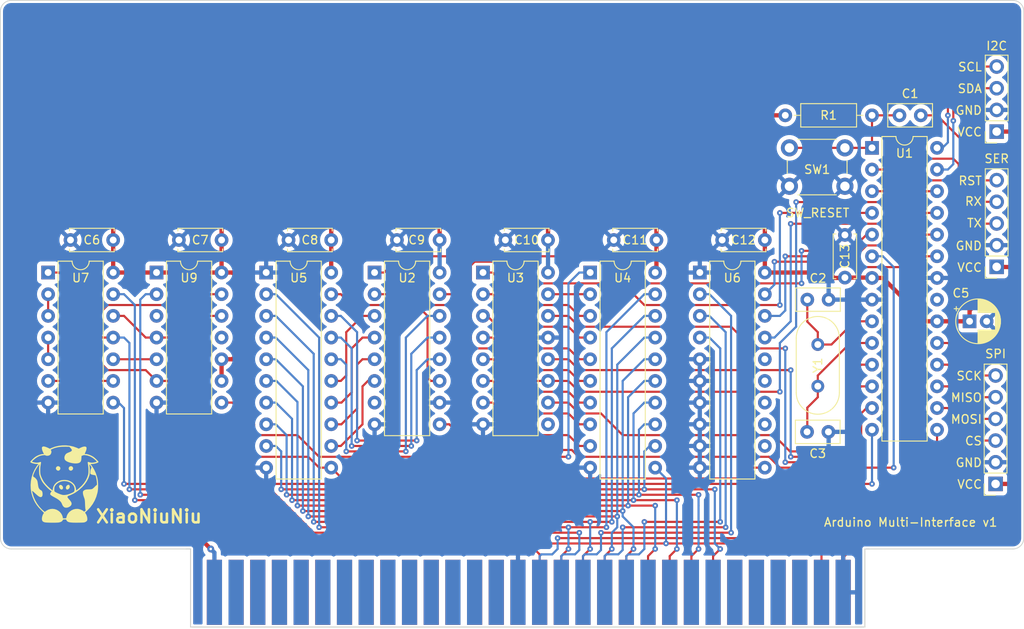
<source format=kicad_pcb>
(kicad_pcb (version 20221018) (generator pcbnew)
  (layers (0 "F.Cu" signal) (31 "B.Cu" signal) (34 "B.Paste" user) (35 "F.Paste" user) (36 "B.SilkS" user "B.Silkscreen") (37 "F.SilkS" user "F.Silkscreen") (38 "B.Mask" user) (39 "F.Mask" user) (44 "Edge.Cuts" user))
  (net 0 "")
  (net 1 "XTAL1")
  (net 2 "GND")
  (net 3 "XTAL2")
  (net 4 "+5V")
  (net 6 "CLOCK")
  (net 16 "/D7")
  (net 18 "/D6")
  (net 20 "/D5")
  (net 22 "/D4")
  (net 23 "/A2")
  (net 24 "/D3")
  (net 25 "/A1")
  (net 26 "/D2")
  (net 27 "/A0")
  (net 28 "/D1")
  (net 29 "RW")
  (net 30 "/D0")
  (net 31 "IRQ3B")
  (net 32 "PORT1CSB")
  (net 33 "RESET")
  (net 61 "I2C_SDA")
  (net 62 "I2C_SCL")
  (net 63 "SPI_SS")
  (net 64 "SPI_MOSI")
  (net 65 "SPI_MISO")
  (net 66 "SPI_SCK")
  (net 67 "SER_TX")
  (net 68 "SER_RX")
  (net 69 "PISO_CE")
  (net 70 "PISO_PL")
  (net 71 "PISO_DL")
  (net 72 "SIPO_CL")
  (net 73 "SIPO_PL")
  (net 74 "SIPO_DL")
  (net 75 "PCINT")
  (net 77 "SEL0")
  (net 78 "SEL1")
  (net 79 "SEL2")
  (net 80 "PS_CLK")
  (net 81 "Net-(U2-D4)")
  (net 82 "Net-(U2-D5)")
  (net 83 "Net-(U2-D6)")
  (net 84 "Net-(U2-D7)")
  (net 86 "Net-(U2-D0)")
  (net 87 "Net-(U2-D1)")
  (net 88 "Net-(U2-D2)")
  (net 89 "Net-(U2-D3)")
  (net 90 "Net-(U3-QB)")
  (net 91 "Net-(U3-QC)")
  (net 92 "Net-(U3-QD)")
  (net 93 "Net-(U3-QE)")
  (net 94 "Net-(U3-QF)")
  (net 95 "Net-(U3-QG)")
  (net 96 "Net-(U3-QH)")
  (net 98 "Net-(U3-QA)")
  (net 99 "RE")
  (net 100 "Net-(U7-Pad12)")
  (net 106 "WE")
  (net 108 "Net-(J4-Pin_5)")
  (net 109 "Net-(U7-Pad10)")
  (net 110 "Net-(U7-Pad2)")
  (net 111 "Net-(U7-Pad4)")
  (net 112 "Net-(U7-Pad6)")
  (footprint "Capacitor_THT:C_Disc_D5.0mm_W2.5mm_P5.00mm" (layer "F.Cu") (at 141.115 103.505 180)
    (fp_text reference "C9")
    (fp_text value "10nF")
  )
  (footprint "Connector_PinSocket_2.54mm:PinSocket_1x06_P2.54mm_Vertical" (layer "F.Cu") (at 206.248 132.08 180)
    (fp_text reference "J3")
    (fp_text value "SPI")
  )
  (footprint "Package_DIP:DIP-14_W7.62mm" (layer "F.Cu") (at 95.25 107.315)
    (fp_text reference "U7")
    (fp_text value "74HC04")
  )
  (footprint "Package_DIP:DIP-16_W7.62mm" (layer "F.Cu") (at 133.495 107.315)
    (fp_text reference "U2")
    (fp_text value "74HC165")
  )
  (footprint "Capacitor_THT:C_Disc_D5.0mm_W2.5mm_P2.50mm" (layer "F.Cu") (at 184.162625 125.984)
    (fp_text reference "C3")
    (fp_text value "22pF")
  )
  (footprint "Capacitor_THT:C_Disc_D5.0mm_W2.5mm_P2.50mm" (layer "F.Cu") (at 197.485 88.9 180)
    (fp_text reference "C1")
    (fp_text value "100nF")
  )
  (footprint "Capacitor_THT:C_Disc_D5.0mm_W2.5mm_P5.00mm" (layer "F.Cu") (at 166.515 103.505 180)
    (fp_text reference "C11")
    (fp_text value "10nF")
  )
  (footprint "Capacitor_THT:C_Disc_D5.0mm_W2.5mm_P5.00mm" (layer "F.Cu") (at 153.815 103.505 180)
    (fp_text reference "C10")
    (fp_text value "10nF")
  )
  (footprint "Package_DIP:DIP-28_W7.62mm" (layer "F.Cu") (at 191.77 92.71)
    (fp_text reference "U1")
    (fp_text value "ATmega328-P")
  )
  (footprint "Package_DIP:DIP-20_W7.62mm" (layer "F.Cu") (at 158.75 107.315)
    (fp_text reference "U4")
    (fp_text value "74HC574")
  )
  (footprint "Capacitor_THT:C_Disc_D5.0mm_W2.5mm_P5.00mm" (layer "F.Cu") (at 128.415 103.505 180)
    (fp_text reference "C8")
    (fp_text value "10nF")
  )
  (footprint "Package_DIP:DIP-14_W7.62mm" (layer "F.Cu") (at 107.95 107.315)
    (fp_text reference "U9")
    (fp_text value "74LS20")
  )
  (footprint "Package_DIP:DIP-20_W7.62mm" (layer "F.Cu") (at 171.595 107.315)
    (fp_text reference "U6")
    (fp_text value "74HC574")
  )
  (footprint "Capacitor_THT:CP_Radial_D5.0mm_P2.00mm" (layer "F.Cu") (at 203.2 113.03)
    (fp_text reference "C5")
    (fp_text value "10uF")
  )
  (footprint "Capacitor_THT:C_Disc_D5.0mm_W2.5mm_P5.00mm" (layer "F.Cu") (at 188.595 107.91 90)
    (fp_text reference "C13")
    (fp_text value "10nF")
  )
  (footprint "Connector_PinSocket_2.54mm:PinSocket_1x04_P2.54mm_Vertical" (layer "F.Cu") (at 206.375 90.805 180)
    (fp_text reference "J2")
    (fp_text value "I2C")
  )
  (footprint "Capacitor_THT:C_Disc_D5.0mm_W2.5mm_P5.00mm" (layer "F.Cu") (at 179.215 103.505 180)
    (fp_text reference "C12")
    (fp_text value "10nF")
  )
  (footprint "Package_DIP:DIP-16_W7.62mm" (layer "F.Cu") (at 146.195 107.315)
    (fp_text reference "U3")
    (fp_text value "74HC595")
  )
  (footprint "Capacitor_THT:C_Disc_D5.0mm_W2.5mm_P5.00mm" (layer "F.Cu") (at 115.57 103.505 180)
    (fp_text reference "C7")
    (fp_text value "10nF")
  )
  (footprint "Cow:VerySmallCow" (layer "F.Cu") (at 97.155 132.08)
    (fp_text reference "XiaoNiuNiu")
    (fp_text value "LOGO" hide)
  )
  (footprint "Capacitor_THT:C_Disc_D5.0mm_W2.5mm_P5.00mm" (layer "F.Cu") (at 102.87 103.505 180)
    (fp_text reference "C6")
    (fp_text value "10nF")
  )
  (footprint "Connector_NES:NES_PCBEdge" (layer "F.Cu") (at 150.2918 144.78)
    (fp_text reference "J1")
    (fp_text value "PORT1")
    (fp_line (start -38.862 -5.08) (end -38.354 -5.08) (stroke (width 0.12)) (layer "Edge.Cuts"))
    (fp_line (start -38.354 -5.08) (end -38.354 4.064) (stroke (width 0.12)) (layer "Edge.Cuts"))
    (fp_line (start 40.64 -5.08) (end 41.148 -5.08) (stroke (width 0.12)) (layer "Edge.Cuts"))
    (fp_line (start 40.64 4.064) (end -38.354 4.064) (stroke (width 0.12)) (layer "Edge.Cuts"))
    (fp_line (start 40.64 4.064) (end 40.64 -5.08) (stroke (width 0.12)) (layer "Edge.Cuts"))
  )
  (footprint "Crystal:Crystal_HC49-4H_Vertical" (layer "F.Cu") (at 185.42 115.75 -90)
    (fp_text reference "Y1")
    (fp_text value "20MHz")
  )
  (footprint "Button_Switch_THT:SW_PUSH_6mm" (layer "F.Cu") (at 188.595 97.21 180)
    (fp_text reference "SW1")
    (fp_text value "SW_RESET")
  )
  (footprint "Capacitor_THT:C_Disc_D5.0mm_W2.5mm_P2.50mm" (layer "F.Cu") (at 184.19 110.49)
    (fp_text reference "C2")
    (fp_text value "22pF")
  )
  (footprint "Resistor_THT:R_Axial_DIN0207_L6.3mm_D2.5mm_P10.16mm_Horizontal" (layer "F.Cu") (at 181.61 88.9)
    (fp_text reference "R1")
    (fp_text value "10K")
  )
  (footprint "Package_DIP:DIP-20_W7.62mm" (layer "F.Cu") (at 120.795 107.315)
    (fp_text reference "U5")
    (fp_text value "74HC574")
  )
  (footprint "Connector_PinSocket_2.54mm:PinSocket_1x05_P2.54mm_Vertical" (layer "F.Cu") (at 206.375 106.65 180)
    (fp_text reference "J4")
    (fp_text value "SER")
  )
  (gr_line (start 89.662 138.43) (end 89.662 76.708) (stroke (width 0.1)) (layer "Edge.Cuts"))
  (gr_arc (start 209.55 138.43) (mid 209.178026 139.328026) (end 208.28 139.7) (stroke (width 0.1)) (layer "Edge.Cuts"))
  (gr_line (start 209.55 138.43) (end 209.55 76.708) (stroke (width 0.1)) (layer "Edge.Cuts"))
  (gr_line (start 191.4398 139.7) (end 208.28 139.7) (stroke (width 0.1)) (layer "Edge.Cuts"))
  (gr_arc (start 208.28 75.438001) (mid 209.178025 75.809975) (end 209.55 76.708) (stroke (width 0.1)) (layer "Edge.Cuts"))
  (gr_arc (start 90.932 139.7) (mid 90.033974 139.328026) (end 89.662 138.43) (stroke (width 0.1)) (layer "Edge.Cuts"))
  (gr_line (start 208.28 75.438001) (end 90.932 75.438) (stroke (width 0.1)) (layer "Edge.Cuts"))
  (gr_arc (start 89.662 76.708) (mid 90.033974 75.809974) (end 90.932 75.438) (stroke (width 0.1)) (layer "Edge.Cuts"))
  (gr_line (start 111.4298 139.7) (end 90.932 139.7) (stroke (width 0.1)) (layer "Edge.Cuts"))
  (gr_text "SCL" (at 201.771238 83.82) (layer "F.SilkS") (effects (font (size 1 1)) (justify left bottom)))
  (gr_text "MISO" (at 200.914096 122.555) (layer "F.SilkS") (effects (font (size 1 1)) (justify left bottom)))
  (gr_text "TX" (at 202.818857 102.108) (layer "F.SilkS") (effects (font (size 1 1)) (justify left bottom)))
  (gr_text "VCC" (at 201.676 132.715) (layer "F.SilkS") (effects (font (size 1 1)) (justify left bottom)))
  (gr_text "VCC" (at 201.676 107.315) (layer "F.SilkS") (effects (font (size 1 1)) (justify left bottom)))
  (gr_text "GND" (at 201.485524 130.175) (layer "F.SilkS") (effects (font (size 1 1)) (justify left bottom)))
  (gr_text "CS" (at 202.580762 127.635) (layer "F.SilkS") (effects (font (size 1 1)) (justify left bottom)))
  (gr_text "SCK" (at 201.580762 120.015) (layer "F.SilkS") (effects (font (size 1 1)) (justify left bottom)))
  (gr_text "Arduino Multi-Interface v1" (at 186.055 137.16) (layer "F.SilkS") (effects (font (size 1 1)) (justify left bottom)))
  (gr_text "GND" (at 201.485524 104.775) (layer "F.SilkS") (effects (font (size 1 1)) (justify left bottom)))
  (gr_text "RST" (at 201.818857 97.155) (layer "F.SilkS") (effects (font (size 1 1)) (justify left bottom)))
  (gr_text "VCC" (at 201.676 91.44) (layer "F.SilkS") (effects (font (size 1 1)) (justify left bottom)))
  (gr_text "MOSI" (at 200.914096 125.095) (layer "F.SilkS") (effects (font (size 1 1)) (justify left bottom)))
  (gr_text "SDA" (at 201.723619 86.36) (layer "F.SilkS") (effects (font (size 1 1)) (justify left bottom)))
  (gr_text "RX" (at 202.580762 99.568) (layer "F.SilkS") (effects (font (size 1 1)) (justify left bottom)))
  (gr_text "GND" (at 201.485524 88.9) (layer "F.SilkS") (effects (font (size 1 1)) (justify left bottom)))
  (segment (start 185.42 114.3) (end 185.42 115.75) (width 0.25) (layer "F.Cu") (net 1))
  (segment (start 189.738 113.03) (end 187.018 115.75) (width 0.25) (layer "F.Cu") (net 1))
  (segment (start 184.19 113.07) (end 185.42 114.3) (width 0.25) (layer "F.Cu") (net 1))
  (segment (start 184.19 110.49) (end 184.19 113.07) (width 0.25) (layer "F.Cu") (net 1))
  (segment (start 187.018 115.75) (end 185.42 115.75) (width 0.25) (layer "F.Cu") (net 1))
  (segment (start 191.77 113.03) (end 189.738 113.03) (width 0.25) (layer "F.Cu") (net 1))
  (segment (start 186.69 125.984) (end 189.865 125.984) (width 0.5) (layer "B.Cu") (net 2))
  (segment (start 150.2918 144.78) (end 149.7584 144.78) (width 0.5) (layer "B.Cu") (net 2))
  (segment (start 186.69 110.49) (end 186.69 107.95) (width 0.5) (layer "B.Cu") (net 2))
  (segment (start 186.69 125.984) (end 186.69 128.27) (width 0.5) (layer "B.Cu") (net 2))
  (segment (start 186.69 110.49) (end 191.77 110.49) (width 0.5) (layer "B.Cu") (net 2))
  (segment (start 185.42 121.92) (end 185.42 119.38) (width 0.25) (layer "F.Cu") (net 3))
  (segment (start 185.42 119.38) (end 189.23 115.57) (width 0.25) (layer "F.Cu") (net 3))
  (segment (start 189.23 115.57) (end 191.135 115.57) (width 0.25) (layer "F.Cu") (net 3))
  (segment (start 184.19 123.15) (end 185.42 121.92) (width 0.25) (layer "F.Cu") (net 3))
  (segment (start 184.19 125.73) (end 184.19 123.15) (width 0.25) (layer "F.Cu") (net 3))
  (segment (start 186.69 107.315) (end 187.325 107.95) (width 0.5) (layer "F.Cu") (net 4))
  (segment (start 115.57 107.315) (end 116.84 107.315) (width 0.5) (layer "F.Cu") (net 4))
  (segment (start 153.67 77.325) (end 166.37 77.325) (width 0.5) (layer "F.Cu") (net 4))
  (segment (start 102.87 103.505) (end 102.87 77.325) (width 0.5) (layer "F.Cu") (net 4))
  (segment (start 208.28 137.16) (end 207.01 138.43) (width 0.5) (layer "F.Cu") (net 4))
  (segment (start 140.97 77.325) (end 153.67 77.325) (width 0.5) (layer "F.Cu") (net 4))
  (segment (start 207.01 138.43) (end 190.5 138.43) (width 0.5) (layer "F.Cu") (net 4))
  (segment (start 188.595 107.91) (end 191.73 107.91) (width 0.5) (layer "F.Cu") (net 4))
  (segment (start 188.3918 140.5382) (end 188.3918 144.78) (width 0.5) (layer "F.Cu") (net 4))
  (segment (start 115.57 77.325) (end 128.27 77.325) (width 0.5) (layer "F.Cu") (net 4))
  (segment (start 92.71 138.43) (end 91.44 137.16) (width 0.5) (layer "F.Cu") (net 4))
  (segment (start 203.835 111.125) (end 208.28 111.125) (width 0.5) (layer "F.Cu") (net 4))
  (segment (start 113.03 138.43) (end 92.71 138.43) (width 0.5) (layer "F.Cu") (net 4))
  (segment (start 141.115 77.47) (end 140.97 77.325) (width 0.5) (layer "F.Cu") (net 4))
  (segment (start 116.84 107.315) (end 117.475 107.95) (width 0.5) (layer "F.Cu") (net 4))
  (segment (start 179.215 107.315) (end 186.69 107.315) (width 0.5) (layer "F.Cu") (net 4))
  (segment (start 179.215 88.9) (end 179.215 77.47) (width 0.5) (layer "F.Cu") (net 4))
  (segment (start 128.415 103.505) (end 128.415 77.47) (width 0.5) (layer "F.Cu") (net 4))
  (segment (start 102.87 107.315) (end 102.87 103.505) (width 0.5) (layer "F.Cu") (net 4))
  (segment (start 166.515 77.47) (end 166.37 77.325) (width 0.5) (layer "F.Cu") (net 4))
  (segment (start 187.325 107.95) (end 188.555 107.95) (width 0.5) (layer "F.Cu") (net 4))
  (segment (start 117.475 116.84) (end 116.84 117.475) (width 0.5) (layer "F.Cu") (net 4))
  (segment (start 116.84 117.475) (end 115.57 117.475) (width 0.5) (layer "F.Cu") (net 4))
  (segment (start 166.515 103.505) (end 166.515 107.315) (width 0.5) (layer "F.Cu") (net 4))
  (segment (start 206.375 132.08) (end 208.28 132.08) (width 0.5) (layer "F.Cu") (net 4))
  (segment (start 153.815 103.505) (end 153.815 77.47) (width 0.5) (layer "F.Cu") (net 4))
  (segment (start 190.5 138.43) (end 188.3918 140.5382) (width 0.5) (layer "F.Cu") (net 4))
  (segment (start 179.215 77.47) (end 179.07 77.325) (width 0.5) (layer "F.Cu") (net 4))
  (segment (start 166.515 103.505) (end 166.515 77.47) (width 0.5) (layer "F.Cu") (net 4))
  (segment (start 128.415 77.47) (end 128.27 77.325) (width 0.5) (layer "F.Cu") (net 4))
  (segment (start 153.815 77.47) (end 153.67 77.325) (width 0.5) (layer "F.Cu") (net 4))
  (segment (start 115.57 103.505) (end 115.57 107.315) (width 0.5) (layer "F.Cu") (net 4))
  (segment (start 91.44 137.16) (end 91.44 78.74) (width 0.5) (layer "F.Cu") (net 4))
  (segment (start 191.77 107.95) (end 193.04 107.95) (width 0.5) (layer "F.Cu") (net 4))
  (segment (start 193.04 107.95) (end 198.12 113.03) (width 0.5) (layer "F.Cu") (net 4))
  (segment (start 206.223 90.805) (end 208.28 90.805) (width 0.5) (layer "F.Cu") (net 4))
  (segment (start 206.865 77.325) (end 208.28 78.74) (width 0.5) (layer "F.Cu") (net 4))
  (segment (start 208.28 106.68) (end 208.28 111.125) (width 0.5) (layer "F.Cu") (net 4))
  (segment (start 128.27 77.325) (end 140.97 77.325) (width 0.5) (layer "F.Cu") (net 4))
  (segment (start 179.215 103.505) (end 179.215 107.315) (width 0.5) (layer "F.Cu") (net 4))
  (segment (start 166.37 77.325) (end 179.07 77.325) (width 0.5) (layer "F.Cu") (net 4))
  (segment (start 208.28 111.125) (end 208.28 132.08) (width 0.5) (layer "F.Cu") (net 4))
  (segment (start 115.57 107.315) (end 102.87 107.315) (width 0.5) (layer "F.Cu") (net 4))
  (segment (start 199.39 113.03) (end 203.2 113.03) (width 0.5) (layer "F.Cu") (net 4))
  (segment (start 179.215 103.505) (end 179.215 88.9) (width 0.5) (layer "F.Cu") (net 4))
  (segment (start 208.28 78.74) (end 208.28 106.68) (width 0.5) (layer "F.Cu") (net 4))
  (segment (start 203.2 111.76) (end 203.835 111.125) (width 0.5) (layer "F.Cu") (net 4))
  (segment (start 115.57 117.475) (end 115.57 119.87) (width 0.5) (layer "F.Cu") (net 4))
  (segment (start 115.57 103.505) (end 115.57 77.325) (width 0.5) (layer "F.Cu") (net 4))
  (segment (start 208.28 132.08) (end 208.28 137.16) (width 0.5) (layer "F.Cu") (net 4))
  (segment (start 91.44 78.74) (end 92.855 77.325) (width 0.5) (layer "F.Cu") (net 4))
  (segment (start 114.3 139.7) (end 113.03 138.43) (width 0.5) (layer "F.Cu") (net 4))
  (segment (start 179.07 77.325) (end 206.865 77.325) (width 0.5) (layer "F.Cu") (net 4))
  (segment (start 206.223 106.65) (end 208.28 106.68) (width 0.5) (layer "F.Cu") (net 4))
  (segment (start 141.115 103.505) (end 141.115 77.47) (width 0.5) (layer "F.Cu") (net 4))
  (segment (start 198.12 113.03) (end 199.39 113.03) (width 0.5) (layer "F.Cu") (net 4))
  (segment (start 117.475 107.95) (end 117.475 116.84) (width 0.5) (layer "F.Cu") (net 4))
  (segment (start 92.855 77.325) (end 115.57 77.325) (width 0.5) (layer "F.Cu") (net 4))
  (segment (start 188.555 107.95) (end 188.595 107.91) (width 0.5) (layer "F.Cu") (net 4))
  (segment (start 181.61 88.9) (end 179.215 88.9) (width 0.5) (layer "F.Cu") (net 4))
  (segment (start 128.415 103.505) (end 128.415 107.315) (width 0.5) (layer "F.Cu") (net 4))
  (segment (start 203.2 113.03) (end 203.2 111.76) (width 0.5) (layer "F.Cu") (net 4))
  (via (at 114.3 139.7) (size 0.8) (drill 0.3) (layers "F.Cu" "B.Cu") (net 4))
  (segment (start 114.7318 140.1318) (end 114.7318 144.78) (width 0.5) (layer "B.Cu") (net 4))
  (segment (start 114.3 139.7) (end 114.7318 140.1318) (width 0.5) (layer "B.Cu") (net 4))
  (segment (start 153.815 103.505) (end 153.815 107.315) (width 0.5) (layer "B.Cu") (net 4))
  (segment (start 141.115 103.505) (end 141.115 107.315) (width 0.5) (layer "B.Cu") (net 4))
  (segment (start 152.41 138.43) (end 153.035 139.055) (width 0.25) (layer "F.Cu") (net 6))
  (segment (start 120.65 133.35) (end 125.73 138.43) (width 0.25) (layer "F.Cu") (net 6))
  (segment (start 153.035 139.055) (end 184.5718 139.055) (width 0.25) (layer "F.Cu") (net 6))
  (segment (start 125.73 138.43) (end 152.41 138.43) (width 0.25) (layer "F.Cu") (net 6))
  (segment (start 184.5718 139.055) (end 185.8518 140.335) (width 0.25) (layer "F.Cu") (net 6))
  (segment (start 185.8518 140.335) (end 185.8518 141.97) (width 0.25) (layer "F.Cu") (net 6))
  (segment (start 106.045 133.35) (end 120.65 133.35) (width 0.25) (layer "F.Cu") (net 6))
  (via (at 167.64 139.055) (size 0.65) (drill 0.25) (layers "F.Cu" "B.Cu") (net 6))
  (via (at 106.045 133.35) (size 0.65) (drill 0.25) (layers "F.Cu" "B.Cu") (net 6))
  (segment (start 106.045 110.49) (end 106.68 109.855) (width 0.25) (layer "B.Cu") (net 6))
  (segment (start 106.045 133.35) (end 106.045 110.49) (width 0.25) (layer "B.Cu") (net 6))
  (segment (start 167.64 131.445) (end 166.37 130.175) (width 0.25) (layer "B.Cu") (net 6))
  (segment (start 106.68 109.855) (end 107.95 109.855) (width 0.25) (layer "B.Cu") (net 6))
  (segment (start 167.64 139.055) (end 167.64 131.445) (width 0.25) (layer "B.Cu") (net 6))
  (segment (start 122.555 132.715) (end 165.1 132.715) (width 0.25) (layer "F.Cu") (net 16))
  (segment (start 173.1518 140.5382) (end 173.1518 144.78) (width 0.25) (layer "F.Cu") (net 16))
  (segment (start 173.355 132.715) (end 165.1 132.715) (width 0.25) (layer "F.Cu") (net 16))
  (segment (start 173.99 139.7) (end 173.1518 140.5382) (width 0.25) (layer "F.Cu") (net 16))
  (via (at 122.555 132.715) (size 0.65) (drill 0.25) (layers "F.Cu" "B.Cu") (net 16))
  (via (at 173.355 132.715) (size 0.65) (drill 0.25) (layers "F.Cu" "B.Cu") (net 16))
  (via (at 165.1 132.715) (size 0.65) (drill 0.25) (layers "F.Cu" "B.Cu") (net 16))
  (via (at 173.99 139.7) (size 0.65) (drill 0.25) (layers "F.Cu" "B.Cu") (net 16))
  (segment (start 173.355 132.715) (end 173.355 139.065) (width 0.25) (layer "B.Cu") (net 16))
  (segment (start 121.92 127.635) (end 120.795 127.635) (width 0.25) (layer "B.Cu") (net 16))
  (segment (start 166.37 127.635) (end 165.735 127.635) (width 0.25) (layer "B.Cu") (net 16))
  (segment (start 122.555 132.715) (end 122.555 128.27) (width 0.25) (layer "B.Cu") (net 16))
  (segment (start 165.1 128.27) (end 165.1 132.715) (width 0.25) (layer "B.Cu") (net 16))
  (segment (start 165.735 127.635) (end 165.1 128.27) (width 0.25) (layer "B.Cu") (net 16))
  (segment (start 173.355 139.065) (end 173.99 139.7) (width 0.25) (layer "B.Cu") (net 16))
  (segment (start 122.555 128.27) (end 121.92 127.635) (width 0.25) (layer "B.Cu") (net 16))
  (segment (start 123.19 133.35) (end 164.465 133.35) (width 0.25) (layer "F.Cu") (net 18))
  (segment (start 171.45 133.35) (end 164.465 133.35) (width 0.25) (layer "F.Cu") (net 18))
  (segment (start 171.45 139.7) (end 170.6118 140.5382) (width 0.25) (layer "F.Cu") (net 18))
  (segment (start 170.6118 140.5382) (end 170.6118 144.78) (width 0.25) (layer "F.Cu") (net 18))
  (via (at 171.45 133.35) (size 0.65) (drill 0.25) (layers "F.Cu" "B.Cu") (net 18))
  (via (at 123.19 133.35) (size 0.65) (drill 0.25) (layers "F.Cu" "B.Cu") (net 18))
  (via (at 164.465 133.35) (size 0.65) (drill 0.25) (layers "F.Cu" "B.Cu") (net 18))
  (via (at 171.45 139.7) (size 0.65) (drill 0.25) (layers "F.Cu" "B.Cu") (net 18))
  (segment (start 171.45 133.35) (end 171.45 134.62) (width 0.25) (layer "B.Cu") (net 18))
  (segment (start 123.19 126.365) (end 121.92 125.095) (width 0.25) (layer "B.Cu") (net 18))
  (segment (start 121.92 125.095) (end 120.795 125.095) (width 0.25) (layer "B.Cu") (net 18))
  (segment (start 165.1 125.095) (end 166.37 125.095) (width 0.25) (layer "B.Cu") (net 18))
  (segment (start 123.19 133.35) (end 123.19 126.365) (width 0.25) (layer "B.Cu") (net 18))
  (segment (start 171.45 134.62) (end 171.45 139.7) (width 0.25) (layer "B.Cu") (net 18))
  (segment (start 164.465 133.35) (end 164.465 125.73) (width 0.25) (layer "B.Cu") (net 18))
  (segment (start 164.465 125.73) (end 165.1 125.095) (width 0.25) (layer "B.Cu") (net 18))
  (segment (start 168.91 133.985) (end 163.83 133.985) (width 0.25) (layer "F.Cu") (net 20))
  (segment (start 168.91 139.7) (end 168.0718 140.5382) (width 0.25) (layer "F.Cu") (net 20))
  (segment (start 168.0718 140.5382) (end 168.0718 144.78) (width 0.25) (layer "F.Cu") (net 20))
  (segment (start 123.825 133.985) (end 163.83 133.985) (width 0.25) (layer "F.Cu") (net 20))
  (via (at 123.825 133.985) (size 0.65) (drill 0.25) (layers "F.Cu" "B.Cu") (net 20))
  (via (at 168.91 139.7) (size 0.65) (drill 0.25) (layers "F.Cu" "B.Cu") (net 20))
  (via (at 163.83 133.985) (size 0.65) (drill 0.25) (layers "F.Cu" "B.Cu") (net 20))
  (via (at 168.91 133.985) (size 0.65) (drill 0.25) (layers "F.Cu" "B.Cu") (net 20))
  (segment (start 123.825 124.46) (end 121.92 122.555) (width 0.25) (layer "B.Cu") (net 20))
  (segment (start 121.92 122.555) (end 120.795 122.555) (width 0.25) (layer "B.Cu") (net 20))
  (segment (start 168.91 139.7) (end 168.91 133.985) (width 0.25) (layer "B.Cu") (net 20))
  (segment (start 165.1 122.555) (end 166.37 122.555) (width 0.25) (layer "B.Cu") (net 20))
  (segment (start 123.825 133.985) (end 123.825 124.46) (width 0.25) (layer "B.Cu") (net 20))
  (segment (start 163.83 123.825) (end 165.1 122.555) (width 0.25) (layer "B.Cu") (net 20))
  (segment (start 163.83 133.985) (end 163.83 123.825) (width 0.25) (layer "B.Cu") (net 20))
  (segment (start 166.37 134.62) (end 163.195 134.62) (width 0.25) (layer "F.Cu") (net 22))
  (segment (start 166.37 139.7) (end 165.5318 140.5382) (width 0.25) (layer "F.Cu") (net 22))
  (segment (start 124.46 134.62) (end 163.195 134.62) (width 0.25) (layer "F.Cu") (net 22))
  (segment (start 165.5318 140.5382) (end 165.5318 144.78) (width 0.25) (layer "F.Cu") (net 22))
  (via (at 163.195 134.62) (size 0.65) (drill 0.25) (layers "F.Cu" "B.Cu") (net 22))
  (via (at 166.37 139.7) (size 0.65) (drill 0.25) (layers "F.Cu" "B.Cu") (net 22))
  (via (at 124.46 134.62) (size 0.65) (drill 0.25) (layers "F.Cu" "B.Cu") (net 22))
  (via (at 166.37 134.62) (size 0.65) (drill 0.25) (layers "F.Cu" "B.Cu") (net 22))
  (segment (start 165.1 120.015) (end 163.195 121.92) (width 0.25) (layer "B.Cu") (net 22))
  (segment (start 121.9925 120.015) (end 120.795 120.015) (width 0.25) (layer "B.Cu") (net 22))
  (segment (start 163.195 121.92) (end 163.195 134.62) (width 0.25) (layer "B.Cu") (net 22))
  (segment (start 166.37 134.62) (end 166.37 139.7) (width 0.25) (layer "B.Cu") (net 22))
  (segment (start 124.46 134.62) (end 124.46 122.4825) (width 0.25) (layer "B.Cu") (net 22))
  (segment (start 124.46 122.4825) (end 121.9925 120.015) (width 0.25) (layer "B.Cu") (net 22))
  (segment (start 166.37 120.015) (end 165.1 120.015) (width 0.25) (layer "B.Cu") (net 22))
  (segment (start 173.99 136.525) (end 165.1 136.525) (width 0.25) (layer "F.Cu") (net 23))
  (via (at 165.1 136.525) (size 0.65) (drill 0.25) (layers "F.Cu" "B.Cu") (net 23))
  (via (at 173.99 136.525) (size 0.65) (drill 0.25) (layers "F.Cu" "B.Cu") (net 23))
  (segment (start 162.9918 140.5382) (end 162.9918 141.932642) (width 0.25) (layer "B.Cu") (net 23))
  (segment (start 164.465 140.335) (end 163.195 140.335) (width 0.25) (layer "B.Cu") (net 23))
  (segment (start 165.1 136.525) (end 165.1 139.7) (width 0.25) (layer "B.Cu") (net 23))
  (segment (start 173.99 136.525) (end 173.99 116.205) (width 0.25) (layer "B.Cu") (net 23))
  (segment (start 173.99 116.205) (end 172.72 114.935) (width 0.25) (layer "B.Cu") (net 23))
  (segment (start 163.195 140.335) (end 162.9918 140.5382) (width 0.25) (layer "B.Cu") (net 23))
  (segment (start 165.1 139.7) (end 164.465 140.335) (width 0.25) (layer "B.Cu") (net 23))
  (segment (start 172.72 114.935) (end 171.595 114.935) (width 0.25) (layer "B.Cu") (net 23))
  (segment (start 162.9918 140.5382) (end 162.9918 144.78) (width 0.25) (layer "F.Cu") (net 24))
  (segment (start 125.095 135.255) (end 162.56 135.255) (width 0.25) (layer "F.Cu") (net 24))
  (segment (start 163.83 139.7) (end 162.9918 140.5382) (width 0.25) (layer "F.Cu") (net 24))
  (via (at 162.56 135.255) (size 0.65) (drill 0.25) (layers "F.Cu" "B.Cu") (net 24))
  (via (at 163.83 139.7) (size 0.65) (drill 0.25) (layers "F.Cu" "B.Cu") (net 24))
  (via (at 125.095 135.255) (size 0.65) (drill 0.25) (layers "F.Cu" "B.Cu") (net 24))
  (segment (start 125.095 135.255) (end 125.095 120.65) (width 0.25) (layer "B.Cu") (net 24))
  (segment (start 121.92 117.475) (end 120.795 117.475) (width 0.25) (layer "B.Cu") (net 24))
  (segment (start 165.1 117.475) (end 162.56 120.015) (width 0.25) (layer "B.Cu") (net 24))
  (segment (start 125.095 120.65) (end 121.92 117.475) (width 0.25) (layer "B.Cu") (net 24))
  (segment (start 162.56 135.255) (end 162.56 135.89) (width 0.25) (layer "B.Cu") (net 24))
  (segment (start 162.56 120.015) (end 162.56 135.255) (width 0.25) (layer "B.Cu") (net 24))
  (segment (start 163.83 137.16) (end 163.83 139.7) (width 0.25) (layer "B.Cu") (net 24))
  (segment (start 162.56 135.89) (end 163.83 137.16) (width 0.25) (layer "B.Cu") (net 24))
  (segment (start 166.37 117.475) (end 165.1 117.475) (width 0.25) (layer "B.Cu") (net 24))
  (segment (start 162.56 137.16) (end 174.625 137.16) (width 0.25) (layer "F.Cu") (net 25))
  (via (at 162.56 137.16) (size 0.65) (drill 0.25) (layers "F.Cu" "B.Cu") (net 25))
  (via (at 174.625 137.16) (size 0.65) (drill 0.25) (layers "F.Cu" "B.Cu") (net 25))
  (segment (start 174.625 137.16) (end 174.625 114.3) (width 0.25) (layer "B.Cu") (net 25))
  (segment (start 160.4518 140.5382) (end 160.4518 141.8082) (width 0.25) (layer "B.Cu") (net 25))
  (segment (start 174.625 114.3) (end 172.72 112.395) (width 0.25) (layer "B.Cu") (net 25))
  (segment (start 160.665 140.325) (end 160.4518 140.5382) (width 0.25) (layer "B.Cu") (net 25))
  (segment (start 172.72 112.395) (end 171.595 112.395) (width 0.25) (layer "B.Cu") (net 25))
  (segment (start 162.56 139.824442) (end 162.059442 140.325) (width 0.25) (layer "B.Cu") (net 25))
  (segment (start 162.059442 140.325) (end 160.665 140.325) (width 0.25) (layer "B.Cu") (net 25))
  (segment (start 162.56 137.16) (end 162.56 139.824442) (width 0.25) (layer "B.Cu") (net 25))
  (segment (start 160.4518 144.78) (end 160.4518 140.5382) (width 0.25) (layer "F.Cu") (net 26))
  (segment (start 125.73 135.89) (end 161.925 135.89) (width 0.25) (layer "F.Cu") (net 26))
  (segment (start 160.4518 140.5382) (end 161.29 139.7) (width 0.25) (layer "F.Cu") (net 26))
  (via (at 161.925 135.89) (size 0.65) (drill 0.25) (layers "F.Cu" "B.Cu") (net 26))
  (via (at 161.29 139.7) (size 0.65) (drill 0.25) (layers "F.Cu" "B.Cu") (net 26))
  (via (at 125.73 135.89) (size 0.65) (drill 0.25) (layers "F.Cu" "B.Cu") (net 26))
  (segment (start 125.73 135.89) (end 125.73 118.745) (width 0.25) (layer "B.Cu") (net 26))
  (segment (start 161.925 135.89) (end 161.925 118.11) (width 0.25) (layer "B.Cu") (net 26))
  (segment (start 125.73 118.745) (end 121.92 114.935) (width 0.25) (layer "B.Cu") (net 26))
  (segment (start 161.925 118.11) (end 165.1 114.935) (width 0.25) (layer "B.Cu") (net 26))
  (segment (start 165.1 114.935) (end 166.37 114.935) (width 0.25) (layer "B.Cu") (net 26))
  (segment (start 121.92 114.935) (end 120.795 114.935) (width 0.25) (layer "B.Cu") (net 26))
  (segment (start 161.925 135.89) (end 161.925 137.16) (width 0.25) (layer "B.Cu") (net 26))
  (segment (start 161.29 137.795) (end 161.29 139.7) (width 0.25) (layer "B.Cu") (net 26))
  (segment (start 161.925 137.16) (end 161.29 137.795) (width 0.25) (layer "B.Cu") (net 26))
  (segment (start 175.26 137.795) (end 160.02 137.795) (width 0.25) (layer "F.Cu") (net 27))
  (via (at 175.26 137.795) (size 0.65) (drill 0.25) (layers "F.Cu" "B.Cu") (net 27))
  (via (at 160.02 137.795) (size 0.65) (drill 0.25) (layers "F.Cu" "B.Cu") (net 27))
  (segment (start 157.9118 140.5382) (end 157.9118 141.97) (width 0.25) (layer "B.Cu") (net 27))
  (segment (start 175.26 137.795) (end 175.26 112.395) (width 0.25) (layer "B.Cu") (net 27))
  (segment (start 172.72 109.855) (end 171.595 109.855) (width 0.25) (layer "B.Cu") (net 27))
  (segment (start 158.125 140.325) (end 157.9118 140.5382) (width 0.25) (layer "B.Cu") (net 27))
  (segment (start 175.26 112.395) (end 172.72 109.855) (width 0.25) (layer "B.Cu") (net 27))
  (segment (start 160.02 139.824442) (end 159.519442 140.325) (width 0.25) (layer "B.Cu") (net 27))
  (segment (start 159.519442 140.325) (end 158.125 140.325) (width 0.25) (layer "B.Cu") (net 27))
  (segment (start 160.02 137.795) (end 160.02 139.824442) (width 0.25) (layer "B.Cu") (net 27))
  (segment (start 126.365 136.525) (end 161.29 136.525) (width 0.25) (layer "F.Cu") (net 28))
  (segment (start 157.9118 144.78) (end 157.9118 140.5382) (width 0.25) (layer "F.Cu") (net 28))
  (segment (start 157.9118 140.5382) (end 158.75 139.7) (width 0.25) (layer "F.Cu") (net 28))
  (via (at 161.29 136.525) (size 0.65) (drill 0.25) (layers "F.Cu" "B.Cu") (net 28))
  (via (at 126.365 136.525) (size 0.65) (drill 0.25) (layers "F.Cu" "B.Cu") (net 28))
  (via (at 158.75 139.7) (size 0.65) (drill 0.25) (layers "F.Cu" "B.Cu") (net 28))
  (via (at 158.75 136.525) (size 0.65) (drill 0.25) (layers "F.Cu" "B.Cu") (net 28))
  (segment (start 161.29 136.525) (end 161.29 116.205) (width 0.25) (layer "B.Cu") (net 28))
  (segment (start 126.365 116.84) (end 121.92 112.395) (width 0.25) (layer "B.Cu") (net 28))
  (segment (start 126.365 136.525) (end 126.365 116.84) (width 0.25) (layer "B.Cu") (net 28))
  (segment (start 161.29 116.205) (end 165.1 112.395) (width 0.25) (layer "B.Cu") (net 28))
  (segment (start 158.75 139.7) (end 158.75 136.525) (width 0.25) (layer "B.Cu") (net 28))
  (segment (start 165.1 112.395) (end 166.37 112.395) (width 0.25) (layer "B.Cu") (net 28))
  (segment (start 121.92 112.395) (end 120.795 112.395) (width 0.25) (layer "B.Cu") (net 28))
  (segment (start 115.57 109.855) (end 114.3 109.855) (width 0.25) (layer "F.Cu") (net 29))
  (segment (start 113.03 111.125) (end 102.235 111.125) (width 0.25) (layer "F.Cu") (net 29))
  (segment (start 121.285 132.715) (end 126.365 137.795) (width 0.25) (layer "F.Cu") (net 29))
  (segment (start 114.3 109.855) (end 113.03 111.125) (width 0.25) (layer "F.Cu") (net 29))
  (segment (start 104.775 132.715) (end 121.285 132.715) (width 0.25) (layer "F.Cu") (net 29))
  (segment (start 101.6 114.935) (end 102.235 114.935) (width 0.25) (layer "F.Cu") (net 29))
  (segment (start 100.965 114.3) (end 101.6 114.935) (width 0.25) (layer "F.Cu") (net 29))
  (segment (start 102.235 111.125) (end 100.965 112.395) (width 0.25) (layer "F.Cu") (net 29))
  (segment (start 100.965 112.395) (end 100.965 114.3) (width 0.25) (layer "F.Cu") (net 29))
  (segment (start 126.365 137.795) (end 157.48 137.795) (width 0.25) (layer "F.Cu") (net 29))
  (via (at 104.775 132.715) (size 0.65) (drill 0.25) (layers "F.Cu" "B.Cu") (net 29))
  (via (at 157.48 137.795) (size 0.65) (drill 0.25) (layers "F.Cu" "B.Cu") (net 29))
  (segment (start 104.775 115.57) (end 104.14 114.935) (width 0.25) (layer "B.Cu") (net 29))
  (segment (start 104.14 114.935) (end 102.87 114.935) (width 0.25) (layer "B.Cu") (net 29))
  (segment (start 157.48 137.795) (end 157.48 139.824442) (width 0.25) (layer "B.Cu") (net 29))
  (segment (start 156.979442 140.325) (end 155.585 140.325) (width 0.25) (layer "B.Cu") (net 29))
  (segment (start 157.48 139.824442) (end 156.979442 140.325) (width 0.25) (layer "B.Cu") (net 29))
  (segment (start 155.585 140.325) (end 155.3718 140.5382) (width 0.25) (layer "B.Cu") (net 29))
  (segment (start 155.3718 140.5382) (end 155.3718 141.8082) (width 0.25) (layer "B.Cu") (net 29))
  (segment (start 104.775 132.715) (end 104.775 115.57) (width 0.25) (layer "B.Cu") (net 29))
  (segment (start 155.3718 144.78) (end 155.3718 140.5382) (width 0.25) (layer "F.Cu") (net 30))
  (segment (start 127 137.16) (end 160.655 137.16) (width 0.25) (layer "F.Cu") (net 30))
  (segment (start 155.3718 140.5382) (end 156.21 139.7) (width 0.25) (layer "F.Cu") (net 30))
  (via (at 127 137.16) (size 0.65) (drill 0.25) (layers "F.Cu" "B.Cu") (net 30))
  (via (at 156.21 139.7) (size 0.65) (drill 0.25) (layers "F.Cu" "B.Cu") (net 30))
  (via (at 160.655 137.16) (size 0.65) (drill 0.25) (layers "F.Cu" "B.Cu") (net 30))
  (via (at 156.21 137.16) (size 0.65) (drill 0.25) (layers "F.Cu" "B.Cu") (net 30))
  (segment (start 156.21 139.7) (end 156.21 137.16) (width 0.25) (layer "B.Cu") (net 30))
  (segment (start 121.92 109.855) (end 120.795 109.855) (width 0.25) (layer "B.Cu") (net 30))
  (segment (start 127 137.16) (end 127 114.935) (width 0.25) (layer "B.Cu") (net 30))
  (segment (start 165.1 109.855) (end 166.37 109.855) (width 0.25) (layer "B.Cu") (net 30))
  (segment (start 160.655 137.16) (end 160.655 114.3) (width 0.25) (layer "B.Cu") (net 30))
  (segment (start 160.655 114.3) (end 165.1 109.855) (width 0.25) (layer "B.Cu") (net 30))
  (segment (start 127 114.935) (end 121.92 109.855) (width 0.25) (layer "B.Cu") (net 30))
  (segment (start 198.755 137.16) (end 199.39 136.525) (width 0.25) (layer "F.Cu") (net 31))
  (segment (start 154.94 138.43) (end 176.53 138.43) (width 0.25) (layer "F.Cu") (net 31))
  (segment (start 176.53 138.43) (end 177.8 137.16) (width 0.25) (layer "F.Cu") (net 31))
  (segment (start 199.39 136.525) (end 199.39 125.73) (width 0.25) (layer "F.Cu") (net 31))
  (segment (start 177.8 137.16) (end 198.755 137.16) (width 0.25) (layer "F.Cu") (net 31))
  (via (at 154.94 138.43) (size 0.65) (drill 0.25) (layers "F.Cu" "B.Cu") (net 31))
  (segment (start 152.8318 141.8082) (end 152.8318 140.5382) (width 0.25) (layer "B.Cu") (net 31))
  (segment (start 153.035 140.335) (end 154.305 140.335) (width 0.25) (layer "B.Cu") (net 31))
  (segment (start 154.94 139.7) (end 154.94 138.43) (width 0.25) (layer "B.Cu") (net 31))
  (segment (start 154.305 140.335) (end 154.94 139.7) (width 0.25) (layer "B.Cu") (net 31))
  (segment (start 152.8318 140.5382) (end 153.035 140.335) (width 0.25) (layer "B.Cu") (net 31))
  (segment (start 151.5618 139.065) (end 152.8318 140.335) (width 0.25) (layer "F.Cu") (net 32))
  (segment (start 152.8318 140.335) (end 152.8318 144.78) (width 0.25) (layer "F.Cu") (net 32))
  (segment (start 125.095 139.065) (end 151.5618 139.065) (width 0.25) (layer "F.Cu") (net 32))
  (segment (start 120.015 133.985) (end 125.095 139.065) (width 0.25) (layer "F.Cu") (net 32))
  (segment (start 105.41 133.985) (end 120.015 133.985) (width 0.25) (layer "F.Cu") (net 32))
  (via (at 105.41 133.985) (size 0.65) (drill 0.25) (layers "F.Cu" "B.Cu") (net 32))
  (segment (start 104.14 109.855) (end 102.87 109.855) (width 0.25) (layer "B.Cu") (net 32))
  (segment (start 105.41 133.985) (end 105.41 111.125) (width 0.25) (layer "B.Cu") (net 32))
  (segment (start 105.41 111.125) (end 104.14 109.855) (width 0.25) (layer "B.Cu") (net 32))
  (segment (start 188.595 92.71) (end 191.77 92.71) (width 0.25) (layer "F.Cu") (net 33))
  (segment (start 182.095 92.71) (end 188.595 92.71) (width 0.25) (layer "F.Cu") (net 33))
  (segment (start 191.77 88.9) (end 194.985 88.9) (width 0.25) (layer "F.Cu") (net 33))
  (segment (start 191.77 88.9) (end 191.77 92.71) (width 0.25) (layer "F.Cu") (net 33))
  (segment (start 201.93 85.725) (end 206.223 85.725) (width 0.25) (layer "F.Cu") (net 61))
  (segment (start 201.295 89.535) (end 201.295 86.36) (width 0.25) (layer "F.Cu") (net 61))
  (segment (start 201.295 86.36) (end 201.93 85.725) (width 0.25) (layer "F.Cu") (net 61))
  (via (at 201.295 89.535) (size 0.65) (drill 0.25) (layers "F.Cu" "B.Cu") (net 61))
  (segment (start 201.295 89.535) (end 201.295 94.615) (width 0.25) (layer "B.Cu") (net 61))
  (segment (start 200.66 95.25) (end 199.39 95.25) (width 0.25) (layer "B.Cu") (net 61))
  (segment (start 201.295 94.615) (end 200.66 95.25) (width 0.25) (layer "B.Cu") (net 61))
  (segment (start 200.66 83.82) (end 201.295 83.185) (width 0.25) (layer "F.Cu") (net 62))
  (segment (start 201.295 83.185) (end 206.223 83.185) (width 0.25) (layer "F.Cu") (net 62))
  (segment (start 200.66 88.9) (end 200.66 83.82) (width 0.25) (layer "F.Cu") (net 62))
  (via (at 200.66 88.9) (size 0.65) (drill 0.25) (layers "F.Cu" "B.Cu") (net 62))
  (segment (start 199.39 92.71) (end 200.025 92.71) (width 0.25) (layer "B.Cu") (net 62))
  (segment (start 200.025 92.71) (end 200.66 92.075) (width 0.25) (layer "B.Cu") (net 62))
  (segment (start 200.66 92.075) (end 200.66 88.9) (width 0.25) (layer "B.Cu") (net 62))
  (segment (start 199.39 123.19) (end 200.66 123.19) (width 0.25) (layer "F.Cu") (net 63))
  (segment (start 206.375 127) (end 204.47 127) (width 0.25) (layer "F.Cu") (net 63))
  (segment (start 200.66 123.19) (end 204.47 127) (width 0.25) (layer "F.Cu") (net 63))
  (segment (start 206.375 124.46) (end 204.47 124.46) (width 0.25) (layer "F.Cu") (net 64))
  (segment (start 200.66 120.65) (end 204.47 124.46) (width 0.25) (layer "F.Cu") (net 64))
  (segment (start 199.39 120.65) (end 200.66 120.65) (width 0.25) (layer "F.Cu") (net 64))
  (segment (start 199.39 118.11) (end 200.66 118.11) (width 0.25) (layer "F.Cu") (net 65))
  (segment (start 200.66 118.11) (end 204.47 121.92) (width 0.25) (layer "F.Cu") (net 65))
  (segment (start 206.375 121.92) (end 204.47 121.92) (width 0.25) (layer "F.Cu") (net 65))
  (segment (start 199.39 115.57) (end 200.66 115.57) (width 0.25) (layer "F.Cu") (net 66))
  (segment (start 200.66 115.57) (end 204.47 119.38) (width 0.25) (layer "F.Cu") (net 66))
  (segment (start 206.375 119.38) (end 204.47 119.38) (width 0.25) (layer "F.Cu") (net 66))
  (segment (start 201.921429 101.591429) (end 206.353571 101.591429) (width 0.25) (layer "F.Cu") (net 67))
  (segment (start 191.77 97.79) (end 193.04 97.79) (width 0.25) (layer "F.Cu") (net 67))
  (segment (start 200.66 96.52) (end 201.295 97.155) (width 0.25) (layer "F.Cu") (net 67))
  (segment (start 194.31 96.52) (end 200.66 96.52) (width 0.25) (layer "F.Cu") (net 67))
  (segment (start 193.04 97.79) (end 194.31 96.52) (width 0.25) (layer "F.Cu") (net 67))
  (segment (start 201.295 100.965) (end 201.921429 101.591429) (width 0.25) (layer "F.Cu") (net 67))
  (segment (start 201.295 97.155) (end 201.295 100.965) (width 0.25) (layer "F.Cu") (net 67))
  (segment (start 202.535 99.03) (end 206.223 99.03) (width 0.25) (layer "F.Cu") (net 68))
  (segment (start 194.31 93.98) (end 201.295 93.98) (width 0.25) (layer "F.Cu") (net 68))
  (segment (start 201.93 98.425) (end 202.535 99.03) (width 0.25) (layer "F.Cu") (net 68))
  (segment (start 201.295 93.98) (end 201.93 94.615) (width 0.25) (layer "F.Cu") (net 68))
  (segment (start 201.93 94.615) (end 201.93 98.425) (width 0.25) (layer "F.Cu") (net 68))
  (segment (start 193.04 95.25) (end 194.31 93.98) (width 0.25) (layer "F.Cu") (net 68))
  (segment (start 191.77 95.25) (end 193.04 95.25) (width 0.25) (layer "F.Cu") (net 68))
  (segment (start 165.098604 111.125) (end 162.559302 108.585698) (width 0.25) (layer "F.Cu") (net 69))
  (segment (start 180.975 111.125) (end 165.098604 111.125) (width 0.25) (layer "F.Cu") (net 69))
  (segment (start 151.130698 108.585698) (end 148.59 106.045) (width 0.25) (layer "F.Cu") (net 69))
  (segment (start 180.975 100.33) (end 191.77 100.33) (width 0.25) (layer "F.Cu") (net 69))
  (segment (start 148.59 106.045) (end 145.215 106.045) (width 0.25) (layer "F.Cu") (net 69))
  (segment (start 162.559302 108.585698) (end 151.130698 108.585698) (width 0.25) (layer "F.Cu") (net 69))
  (segment (start 145.215 106.045) (end 144.78 106.48) (width 0.25) (layer "F.Cu") (net 69))
  (segment (start 144.78 109.22) (end 144.145 109.855) (width 0.25) (layer "F.Cu") (net 69))
  (segment (start 144.145 109.855) (end 141.36 109.855) (width 0.25) (layer "F.Cu") (net 69))
  (segment (start 144.78 106.48) (end 144.78 109.22) (width 0.25) (layer "F.Cu") (net 69))
  (via (at 180.975 100.33) (size 0.65) (drill 0.25) (layers "F.Cu" "B.Cu") (net 69))
  (via (at 180.975 111.125) (size 0.65) (drill 0.25) (layers "F.Cu" "B.Cu") (net 69))
  (segment (start 180.975 110.49) (end 180.975 100.33) (width 0.25) (layer "B.Cu") (net 69))
  (segment (start 180.975 111.125) (end 180.975 110.49) (width 0.25) (layer "B.Cu") (net 69))
  (segment (start 183.515 104.775) (end 189.23 104.775) (width 0.25) (layer "F.Cu") (net 70))
  (segment (start 183.515 108.585) (end 165.1 108.585) (width 0.25) (layer "F.Cu") (net 70))
  (segment (start 165.1 108.585) (end 161.925 105.41) (width 0.25) (layer "F.Cu") (net 70))
  (segment (start 161.925 105.41) (end 136.525 105.41) (width 0.25) (layer "F.Cu") (net 70))
  (segment (start 136.525 105.41) (end 134.62 107.315) (width 0.25) (layer "F.Cu") (net 70))
  (segment (start 189.23 104.775) (end 191.135 102.87) (width 0.25) (layer "F.Cu") (net 70))
  (segment (start 134.62 107.315) (end 133.495 107.315) (width 0.25) (layer "F.Cu") (net 70))
  (via (at 183.515 108.585) (size 0.65) (drill 0.25) (layers "F.Cu" "B.Cu") (net 70))
  (via (at 183.515 104.775) (size 0.65) (drill 0.25) (layers "F.Cu" "B.Cu") (net 70))
  (segment (start 183.515 104.775) (end 183.515 108.585) (width 0.25) (layer "B.Cu") (net 70))
  (segment (start 145.245991 128.100991) (end 142.24 125.095) (width 0.25) (layer "F.Cu") (net 71))
  (segment (start 194.31 130.175) (end 180.975 130.175) (width 0.25) (layer "F.Cu") (net 71))
  (segment (start 142.24 125.095) (end 141.115 125.095) (width 0.25) (layer "F.Cu") (net 71))
  (segment (start 180.975 130.175) (end 179.705 128.905) (width 0.25) (layer "F.Cu") (net 71))
  (segment (start 157.399752 128.905) (end 156.595743 128.100991) (width 0.25) (layer "F.Cu") (net 71))
  (segment (start 179.705 128.905) (end 157.399752 128.905) (width 0.25) (layer "F.Cu") (net 71))
  (segment (start 156.595743 128.100991) (end 145.245991 128.100991) (width 0.25) (layer "F.Cu") (net 71))
  (via (at 194.31 130.175) (size 0.65) (drill 0.25) (layers "F.Cu" "B.Cu") (net 71))
  (segment (start 193.04 105.41) (end 191.77 105.41) (width 0.25) (layer "B.Cu") (net 71))
  (segment (start 194.31 106.68) (end 193.04 105.41) (width 0.25) (layer "B.Cu") (net 71))
  (segment (start 194.31 130.175) (end 194.31 106.68) (width 0.25) (layer "B.Cu") (net 71))
  (segment (start 182.160495 128.27) (end 180.255495 126.365) (width 0.25) (layer "F.Cu") (net 72))
  (segment (start 156.21 122.555) (end 153.815 122.555) (width 0.25) (layer "F.Cu") (net 72))
  (segment (start 180.255495 126.365) (end 162.56 126.365) (width 0.25) (layer "F.Cu") (net 72))
  (segment (start 189.23 119.38) (end 189.23 127.635) (width 0.25) (layer "F.Cu") (net 72))
  (segment (start 189.23 127.635) (end 188.595 128.27) (width 0.25) (layer "F.Cu") (net 72))
  (segment (start 188.595 128.27) (end 182.160495 128.27) (width 0.25) (layer "F.Cu") (net 72))
  (segment (start 190.5 118.11) (end 189.23 119.38) (width 0.25) (layer "F.Cu") (net 72))
  (segment (start 160.02 123.825) (end 157.48 123.825) (width 0.25) (layer "F.Cu") (net 72))
  (segment (start 191.77 118.11) (end 190.5 118.11) (width 0.25) (layer "F.Cu") (net 72))
  (segment (start 157.48 123.825) (end 156.21 122.555) (width 0.25) (layer "F.Cu") (net 72))
  (segment (start 162.56 126.365) (end 160.02 123.825) (width 0.25) (layer "F.Cu") (net 72))
  (segment (start 189.23 128.905) (end 189.865 128.27) (width 0.25) (layer "F.Cu") (net 73))
  (segment (start 189.865 121.285) (end 190.5 120.65) (width 0.25) (layer "F.Cu") (net 73))
  (segment (start 190.5 120.65) (end 191.77 120.65) (width 0.25) (layer "F.Cu") (net 73))
  (segment (start 157.48 118.745) (end 182.245 118.745) (width 0.25) (layer "F.Cu") (net 73))
  (segment (start 156.21 117.475) (end 157.48 118.745) (width 0.25) (layer "F.Cu") (net 73))
  (segment (start 153.815 117.475) (end 156.21 117.475) (width 0.25) (layer "F.Cu") (net 73))
  (segment (start 189.865 128.27) (end 189.865 121.285) (width 0.25) (layer "F.Cu") (net 73))
  (segment (start 182.245 128.905) (end 189.23 128.905) (width 0.25) (layer "F.Cu") (net 73))
  (via (at 182.245 118.745) (size 0.65) (drill 0.25) (layers "F.Cu" "B.Cu") (net 73))
  (via (at 182.245 128.905) (size 0.65) (drill 0.25) (layers "F.Cu" "B.Cu") (net 73))
  (segment (start 182.245 118.745) (end 182.245 128.905) (width 0.25) (layer "B.Cu") (net 73))
  (segment (start 191.135 123.19) (end 191.77 123.19) (width 0.25) (layer "F.Cu") (net 74))
  (segment (start 181.61 116.205) (end 177.8 116.205) (width 0.25) (layer "F.Cu") (net 74))
  (segment (start 175.26 113.665) (end 157.48 113.665) (width 0.25) (layer "F.Cu") (net 74))
  (segment (start 177.8 116.205) (end 175.26 113.665) (width 0.25) (layer "F.Cu") (net 74))
  (segment (start 190.5 128.905) (end 190.5 123.825) (width 0.25) (layer "F.Cu") (net 74))
  (segment (start 189.865 129.54) (end 190.5 128.905) (width 0.25) (layer "F.Cu") (net 74))
  (segment (start 157.48 113.665) (end 156.21 112.395) (width 0.25) (layer "F.Cu") (net 74))
  (segment (start 156.21 112.395) (end 153.815 112.395) (width 0.25) (layer "F.Cu") (net 74))
  (segment (start 181.61 129.54) (end 189.865 129.54) (width 0.25) (layer "F.Cu") (net 74))
  (segment (start 190.5 123.825) (end 191.135 123.19) (width 0.25) (layer "F.Cu") (net 74))
  (via (at 181.61 129.54) (size 0.65) (drill 0.25) (layers "F.Cu" "B.Cu") (net 74))
  (via (at 181.61 116.205) (size 0.65) (drill 0.25) (layers "F.Cu" "B.Cu") (net 74))
  (segment (start 181.61 116.205) (end 181.61 129.54) (width 0.25) (layer "B.Cu") (net 74))
  (segment (start 191.77 132.08) (end 104.14 132.08) (width 0.25) (layer "F.Cu") (net 75))
  (via (at 191.77 132.08) (size 0.65) (drill 0.25) (layers "F.Cu" "B.Cu") (net 75))
  (via (at 104.14 132.08) (size 0.65) (drill 0.25) (layers "F.Cu" "B.Cu") (net 75))
  (segment (start 103.505 122.555) (end 102.87 122.555) (width 0.25) (layer "B.Cu") (net 75))
  (segment (start 191.77 125.73) (end 191.77 132.08) (width 0.25) (layer "B.Cu") (net 75))
  (segment (start 104.14 123.19) (end 103.505 122.555) (width 0.25) (layer "B.Cu") (net 75))
  (segment (start 104.14 132.08) (end 104.14 123.19) (width 0.25) (layer "B.Cu") (net 75))
  (segment (start 189.865 106.045) (end 190.5 106.68) (width 0.25) (layer "F.Cu") (net 77))
  (segment (start 180.34 106.045) (end 189.865 106.045) (width 0.25) (layer "F.Cu") (net 77))
  (segment (start 198.12 105.41) (end 199.39 105.41) (width 0.25) (layer "F.Cu") (net 77))
  (segment (start 196.85 106.68) (end 198.12 105.41) (width 0.25) (layer "F.Cu") (net 77))
  (segment (start 190.5 106.68) (end 196.85 106.68) (width 0.25) (layer "F.Cu") (net 77))
  (via (at 180.34 106.045) (size 0.65) (drill 0.25) (layers "F.Cu" "B.Cu") (net 77))
  (segment (start 180.34 108.73) (end 179.215 109.855) (width 0.25) (layer "B.Cu") (net 77))
  (segment (start 180.34 106.045) (end 180.34 108.73) (width 0.25) (layer "B.Cu") (net 77))
  (segment (start 196.85 104.14) (end 198.12 102.87) (width 0.25) (layer "F.Cu") (net 78))
  (segment (start 191.135698 104.14) (end 196.85 104.14) (width 0.25) (layer "F.Cu") (net 78))
  (segment (start 189.865698 105.41) (end 191.135698 104.14) (width 0.25) (layer "F.Cu") (net 78))
  (segment (start 181.61 105.41) (end 189.865698 105.41) (width 0.25) (layer "F.Cu") (net 78))
  (segment (start 198.12 102.87) (end 199.39 102.87) (width 0.25) (layer "F.Cu") (net 78))
  (via (at 181.61 105.41) (size 0.65) (drill 0.25) (layers "F.Cu" "B.Cu") (net 78))
  (segment (start 181.61 111.76) (end 180.975 112.395) (width 0.25) (layer "B.Cu") (net 78))
  (segment (start 181.61 105.41) (end 181.61 111.76) (width 0.25) (layer "B.Cu") (net 78))
  (segment (start 180.975 112.395) (end 179.215 112.395) (width 0.25) (layer "B.Cu") (net 78))
  (segment (start 196.85 101.6) (end 198.12 100.33) (width 0.25) (layer "F.Cu") (net 79))
  (segment (start 198.12 100.33) (end 199.39 100.33) (width 0.25) (layer "F.Cu") (net 79))
  (segment (start 182.245 101.6) (end 196.85 101.6) (width 0.25) (layer "F.Cu") (net 79))
  (via (at 182.245 101.6) (size 0.65) (drill 0.25) (layers "F.Cu" "B.Cu") (net 79))
  (segment (start 180.34 114.935) (end 179.215 114.935) (width 0.25) (layer "B.Cu") (net 79))
  (segment (start 182.245 101.6) (end 182.245 113.03) (width 0.25) (layer "B.Cu") (net 79))
  (segment (start 182.245 113.03) (end 180.34 114.935) (width 0.25) (layer "B.Cu") (net 79))
  (segment (start 151.166447 120.015) (end 153.815 120.015) (width 0.25) (layer "F.Cu") (net 80))
  (segment (start 144.145 111.125) (end 144.78 111.76) (width 0.25) (layer "F.Cu") (net 80))
  (segment (start 144.78 111.76) (end 144.78 115.779808) (width 0.25) (layer "F.Cu") (net 80))
  (segment (start 156.21 120.015) (end 153.815 120.015) (width 0.25) (layer "F.Cu") (net 80))
  (segment (start 138.962884 109.855) (end 140.232884 111.125) (width 0.25) (layer "F.Cu") (net 80))
  (segment (start 198.12 97.79) (end 199.39 97.79) (width 0.25) (layer "F.Cu") (net 80))
  (segment (start 157.48 121.285) (end 156.21 120.015) (width 0.25) (layer "F.Cu") (net 80))
  (segment (start 133.495 109.855) (end 138.962884 109.855) (width 0.25) (layer "F.Cu") (net 80))
  (segment (start 147.356447 116.205) (end 151.166447 120.015) (width 0.25) (layer "F.Cu") (net 80))
  (segment (start 145.205192 116.205) (end 147.356447 116.205) (width 0.25) (layer "F.Cu") (net 80))
  (segment (start 182.88 99.06) (end 196.85 99.06) (width 0.25) (layer "F.Cu") (net 80))
  (segment (start 140.232884 111.125) (end 144.145 111.125) (width 0.25) (layer "F.Cu") (net 80))
  (segment (start 196.85 99.06) (end 198.12 97.79) (width 0.25) (layer "F.Cu") (net 80))
  (segment (start 180.975 121.285) (end 157.48 121.285) (width 0.25) (layer "F.Cu") (net 80))
  (segment (start 144.78 115.779808) (end 145.205192 116.205) (width 0.25) (layer "F.Cu") (net 80))
  (via (at 180.975 121.285) (size 0.65) (drill 0.25) (layers "F.Cu" "B.Cu") (net 80))
  (via (at 182.88 99.06) (size 0.65) (drill 0.25) (layers "F.Cu" "B.Cu") (net 80))
  (segment (start 180.975 115.57) (end 182.88 113.665) (width 0.25) (layer "B.Cu") (net 80))
  (segment (start 182.88 113.665) (end 182.88 99.06) (width 0.25) (layer "B.Cu") (net 80))
  (segment (start 180.975 121.285) (end 180.975 115.57) (width 0.25) (layer "B.Cu") (net 80))
  (segment (start 129.54 120.015) (end 130.175 119.38) (width 0.25) (layer "F.Cu") (net 81))
  (segment (start 132.08 112.395) (end 133.495 112.395) (width 0.25) (layer "F.Cu") (net 81))
  (segment (start 130.175 119.38) (end 130.175 114.3) (width 0.25) (layer "F.Cu") (net 81))
  (segment (start 128.415 120.015) (end 129.54 120.015) (width 0.25) (layer "F.Cu") (net 81))
  (segment (start 130.175 114.3) (end 132.08 112.395) (width 0.25) (layer "F.Cu") (net 81))
  (segment (start 128.415 122.555) (end 129.6125 122.555) (width 0.25) (layer "F.Cu") (net 82))
  (segment (start 130.81 116.205) (end 132.08 114.935) (width 0.25) (layer "F.Cu") (net 82))
  (segment (start 129.6125 122.555) (end 130.81 121.3575) (width 0.25) (layer "F.Cu") (net 82))
  (segment (start 132.08 114.935) (end 133.495 114.935) (width 0.25) (layer "F.Cu") (net 82))
  (segment (start 130.81 121.3575) (end 130.81 116.205) (width 0.25) (layer "F.Cu") (net 82))
  (segment (start 132.08 117.475) (end 133.495 117.475) (width 0.25) (layer "F.Cu") (net 83))
  (segment (start 131.445 118.11) (end 132.08 117.475) (width 0.25) (layer "F.Cu") (net 83))
  (segment (start 131.445 123.2625) (end 131.445 118.11) (width 0.25) (layer "F.Cu") (net 83))
  (segment (start 128.415 125.095) (end 129.6125 125.095) (width 0.25) (layer "F.Cu") (net 83))
  (segment (start 129.6125 125.095) (end 131.445 123.2625) (width 0.25) (layer "F.Cu") (net 83))
  (segment (start 132.08 125.095) (end 132.08 120.65) (width 0.25) (layer "F.Cu") (net 84))
  (segment (start 128.415 127.635) (end 129.54 127.635) (width 0.25) (layer "F.Cu") (net 84))
  (segment (start 132.715 120.015) (end 133.495 120.015) (width 0.25) (layer "F.Cu") (net 84))
  (segment (start 132.08 120.65) (end 132.715 120.015) (width 0.25) (layer "F.Cu") (net 84))
  (segment (start 129.54 127.635) (end 132.08 125.095) (width 0.25) (layer "F.Cu") (net 84))
  (segment (start 140.09 120.015) (end 141.115 120.015) (width 0.25) (layer "F.Cu") (net 86))
  (segment (start 130.81 111.125) (end 138.43 111.125) (width 0.25) (layer "F.Cu") (net 86))
  (segment (start 139.7 119.625) (end 140.09 120.015) (width 0.25) (layer "F.Cu") (net 86))
  (segment (start 129.54 109.855) (end 130.81 111.125) (width 0.25) (layer "F.Cu") (net 86))
  (segment (start 138.43 111.125) (end 139.7 112.395) (width 0.25) (layer "F.Cu") (net 86))
  (segment (start 128.415 109.855) (end 129.54 109.855) (width 0.25) (layer "F.Cu") (net 86))
  (segment (start 139.7 112.395) (end 139.7 119.625) (width 0.25) (layer "F.Cu") (net 86))
  (segment (start 131.445 127) (end 138.43 127) (width 0.25) (layer "F.Cu") (net 87))
  (via (at 131.445 127) (size 0.65) (drill 0.25) (layers "F.Cu" "B.Cu") (net 87))
  (via (at 138.43 127) (size 0.65) (drill 0.25) (layers "F.Cu" "B.Cu") (net 87))
  (segment (start 131.445 127) (end 131.445 114.3) (width 0.25) (layer "B.Cu") (net 87))
  (segment (start 131.445 114.3) (end 129.54 112.395) (width 0.25) (layer "B.Cu") (net 87))
  (segment (start 129.54 112.395) (end 128.415 112.395) (width 0.25) (layer "B.Cu") (net 87))
  (segment (start 139.7 117.475) (end 141.115 117.475) (width 0.25) (layer "B.Cu") (net 87))
  (segment (start 138.43 118.745) (end 139.7 117.475) (width 0.25) (layer "B.Cu") (net 87))
  (segment (start 138.43 127) (end 138.43 118.745) (width 0.25) (layer "B.Cu") (net 87))
  (segment (start 130.81 127.635) (end 137.795 127.635) (width 0.25) (layer "F.Cu") (net 88))
  (via (at 137.795 127.635) (size 0.65) (drill 0.25) (layers "F.Cu" "B.Cu") (net 88))
  (via (at 130.81 127.635) (size 0.65) (drill 0.25) (layers "F.Cu" "B.Cu") (net 88))
  (segment (start 139.7 114.935) (end 141.0425 114.935) (width 0.25) (layer "B.Cu") (net 88))
  (segment (start 130.81 127.635) (end 130.81 116.205) (width 0.25) (layer "B.Cu") (net 88))
  (segment (start 129.54 114.935) (end 128.415 114.935) (width 0.25) (layer "B.Cu") (net 88))
  (segment (start 130.81 116.205) (end 129.54 114.935) (width 0.25) (layer "B.Cu") (net 88))
  (segment (start 137.795 127.635) (end 137.795 116.84) (width 0.25) (layer "B.Cu") (net 88))
  (segment (start 137.795 116.84) (end 139.7 114.935) (width 0.25) (layer "B.Cu") (net 88))
  (segment (start 130.175 128.27) (end 137.16 128.27) (width 0.25) (layer "F.Cu") (net 89))
  (via (at 137.16 128.27) (size 0.65) (drill 0.25) (layers "F.Cu" "B.Cu") (net 89))
  (via (at 130.175 128.27) (size 0.65) (drill 0.25) (layers "F.Cu" "B.Cu") (net 89))
  (segment (start 129.54 117.475) (end 128.415 117.475) (width 0.25) (layer "B.Cu") (net 89))
  (segment (start 137.16 114.935) (end 139.7 112.395) (width 0.25) (layer "B.Cu") (net 89))
  (segment (start 130.175 118.11) (end 129.54 117.475) (width 0.25) (layer "B.Cu") (net 89))
  (segment (start 130.175 128.27) (end 130.175 118.11) (width 0.25) (layer "B.Cu") (net 89))
  (segment (start 137.16 128.27) (end 137.16 114.935) (width 0.25) (layer "B.Cu") (net 89))
  (segment (start 139.7 112.395) (end 141.115 112.395) (width 0.25) (layer "B.Cu") (net 89))
  (segment (start 158.115 112.395) (end 157.48 112.395) (width 0.25) (layer "F.Cu") (net 90))
  (segment (start 157.48 112.395) (end 156.21 111.125) (width 0.25) (layer "F.Cu") (net 90))
  (segment (start 151.13 111.125) (end 147.32 107.315) (width 0.25) (layer "F.Cu") (net 90))
  (segment (start 147.32 107.315) (end 146.195 107.315) (width 0.25) (layer "F.Cu") (net 90))
  (segment (start 156.21 111.125) (end 151.13 111.125) (width 0.25) (layer "F.Cu") (net 90))
  (segment (start 157.48 114.935) (end 156.21 113.665) (width 0.25) (layer "F.Cu") (net 91))
  (segment (start 158.115 114.935) (end 157.48 114.935) (width 0.25) (layer "F.Cu") (net 91))
  (segment (start 147.32 109.855) (end 146.195 109.855) (width 0.25) (layer "F.Cu") (net 91))
  (segment (start 151.13 113.665) (end 147.32 109.855) (width 0.25) (layer "F.Cu") (net 91))
  (segment (start 156.21 113.665) (end 151.13 113.665) (width 0.25) (layer "F.Cu") (net 91))
  (segment (start 157.48 117.475) (end 156.21 116.205) (width 0.25) (layer "F.Cu") (net 92))
  (segment (start 156.21 116.205) (end 150.495 116.205) (width 0.25) (layer "F.Cu") (net 92))
  (segment (start 158.115 117.475) (end 157.48 117.475) (width 0.25) (layer "F.Cu") (net 92))
  (segment (start 150.495 116.205) (end 146.685 112.395) (width 0.25) (layer "F.Cu") (net 92))
  (segment (start 147.32 114.935) (end 146.195 114.935) (width 0.25) (layer "F.Cu") (net 93))
  (segment (start 158.115 120.015) (end 157.48 120.015) (width 0.25) (layer "F.Cu") (net 93))
  (segment (start 157.48 120.015) (end 156.21 118.745) (width 0.25) (layer "F.Cu") (net 93))
  (segment (start 151.13 118.745) (end 147.32 114.935) (width 0.25) (layer "F.Cu") (net 93))
  (segment (start 156.21 118.745) (end 151.13 118.745) (width 0.25) (layer "F.Cu") (net 93))
  (segment (start 147.391498 117.475) (end 146.195 117.475) (width 0.25) (layer "F.Cu") (net 94))
  (segment (start 157.48 122.555) (end 156.21 121.285) (width 0.25) (layer "F.Cu") (net 94))
  (segment (start 151.201498 121.285) (end 147.391498 117.475) (width 0.25) (layer "F.Cu") (net 94))
  (segment (start 156.21 121.285) (end 151.201498 121.285) (width 0.25) (layer "F.Cu") (net 94))
  (segment (start 158.115 122.555) (end 157.48 122.555) (width 0.25) (layer "F.Cu") (net 94))
  (segment (start 157.48 125.095) (end 156.21 123.825) (width 0.25) (layer "F.Cu") (net 95))
  (segment (start 158.75 125.095) (end 157.48 125.095) (width 0.25) (layer "F.Cu") (net 95))
  (segment (start 151.13 123.825) (end 147.32 120.015) (width 0.25) (layer "F.Cu") (net 95))
  (segment (start 156.21 123.825) (end 151.13 123.825) (width 0.25) (layer "F.Cu") (net 95))
  (segment (start 147.32 120.015) (end 146.195 120.015) (width 0.25) (layer "F.Cu") (net 95))
  (segment (start 156.21 126.365) (end 151.13 126.365) (width 0.25) (layer "F.Cu") (net 96))
  (segment (start 147.32 122.555) (end 146.195 122.555) (width 0.25) (layer "F.Cu") (net 96))
  (segment (start 151.13 126.365) (end 147.32 122.555) (width 0.25) (layer "F.Cu") (net 96))
  (segment (start 158.75 127.635) (end 157.48 127.635) (width 0.25) (layer "F.Cu") (net 96))
  (segment (start 157.48 127.635) (end 156.21 126.365) (width 0.25) (layer "F.Cu") (net 96))
  (segment (start 153.815 109.855) (end 158.75 109.855) (width 0.25) (layer "F.Cu") (net 98))
  (segment (start 116.84 122.555) (end 115.57 122.555) (width 0.25) (layer "F.Cu") (net 99))
  (segment (start 127 128.905) (end 124.46 126.365) (width 0.25) (layer "F.Cu") (net 99))
  (segment (start 119.38 125.73) (end 119.38 125.095) (width 0.25) (layer "F.Cu") (net 99))
  (segment (start 119.38 125.095) (end 116.84 122.555) (width 0.25) (layer "F.Cu") (net 99))
  (segment (start 124.46 126.365) (end 120.015 126.365) (width 0.25) (layer "F.Cu") (net 99))
  (segment (start 156.21 128.905) (end 127 128.905) (width 0.25) (layer "F.Cu") (net 99))
  (segment (start 120.015 126.365) (end 119.38 125.73) (width 0.25) (layer "F.Cu") (net 99))
  (via (at 156.21 128.905) (size 0.65) (drill 0.25) (layers "F.Cu" "B.Cu") (net 99))
  (segment (start 157.48 107.315) (end 158.75 107.315) (width 0.25) (layer "B.Cu") (net 99))
  (segment (start 156.21 128.905) (end 156.21 108.585) (width 0.25) (layer "B.Cu") (net 99))
  (segment (start 156.21 108.585) (end 157.48 107.315) (width 0.25) (layer "B.Cu") (net 99))
  (segment (start 102.87 112.395) (end 104.14 112.395) (width 0.25) (layer "F.Cu") (net 100))
  (segment (start 104.14 112.395) (end 106.68 114.935) (width 0.25) (layer "F.Cu") (net 100))
  (segment (start 109.22 114.935) (end 107.95 114.935) (width 0.25) (layer "F.Cu") (net 100))
  (segment (start 106.68 114.935) (end 107.95 114.935) (width 0.25) (layer "F.Cu") (net 100))
  (segment (start 111.76 112.395) (end 109.22 114.935) (width 0.25) (layer "F.Cu") (net 100))
  (segment (start 115.57 112.395) (end 111.76 112.395) (width 0.25) (layer "F.Cu") (net 100))
  (segment (start 100.33 116.84) (end 100.33 111.125) (width 0.25) (layer "F.Cu") (net 106))
  (segment (start 125.73 128.905) (end 118.11 128.905) (width 0.25) (layer "F.Cu") (net 106))
  (segment (start 100.33 111.125) (end 96.52 107.315) (width 0.25) (layer "F.Cu") (net 106))
  (segment (start 177.8 130.175) (end 176.53 131.445) (width 0.25) (layer "F.Cu") (net 106))
  (segment (start 118.11 128.905) (end 109.22 120.015) (width 0.25) (layer "F.Cu") (net 106))
  (segment (start 129.685 131.445) (end 128.415 130.175) (width 0.25) (layer "F.Cu") (net 106))
  (segment (start 127 130.175) (end 125.73 128.905) (width 0.25) (layer "F.Cu") (net 106))
  (segment (start 106.68 118.745) (end 102.235 118.745) (width 0.25) (layer "F.Cu") (net 106))
  (segment (start 109.22 120.015) (end 107.95 120.015) (width 0.25) (layer "F.Cu") (net 106))
  (segment (start 96.52 107.315) (end 95.25 107.315) (width 0.25) (layer "F.Cu") (net 106))
  (segment (start 179.215 130.175) (end 177.8 130.175) (width 0.25) (layer "F.Cu") (net 106))
  (segment (start 102.235 118.745) (end 100.33 116.84) (width 0.25) (layer "F.Cu") (net 106))
  (segment (start 176.53 131.445) (end 129.685 131.445) (width 0.25) (layer "F.Cu") (net 106))
  (segment (start 107.95 120.015) (end 106.68 118.745) (width 0.25) (layer "F.Cu") (net 106))
  (segment (start 128.415 130.175) (end 127 130.175) (width 0.25) (layer "F.Cu") (net 106))
  (segment (start 203.2 96.012) (end 203.708 96.52) (width 0.25) (layer "F.Cu") (net 108))
  (segment (start 203.708 96.52) (end 206.345 96.52) (width 0.25) (layer "F.Cu") (net 108))
  (segment (start 197.485 88.9) (end 199.39 88.9) (width 0.25) (layer "F.Cu") (net 108))
  (segment (start 199.39 88.9) (end 203.2 92.71) (width 0.25) (layer "F.Cu") (net 108))
  (segment (start 203.2 92.71) (end 203.2 96.012) (width 0.25) (layer "F.Cu") (net 108))
  (segment (start 102.87 117.475) (end 107.95 117.475) (width 0.25) (layer "F.Cu") (net 109))
  (segment (start 95.25 109.855) (end 95.25 112.395) (width 0.25) (layer "F.Cu") (net 110))
  (segment (start 95.25 114.935) (end 95.25 117.475) (width 0.25) (layer "F.Cu") (net 111))
  (segment (start 95.25 120.015) (end 102.87 120.015) (width 0.25) (layer "F.Cu") (net 112))
  (zone (net 2) (net_name "GND") (layer "B.Cu") (connect_pads (clearance 0.5)) (min_thickness 0.25) (fill yes (thermal_gap 0.5) (thermal_bridge_width 0.5))
    (polygon (pts (xy 89.662 75.438) (xy 209.55 75.438) (xy 209.55 148.59) (xy 89.662 148.59)))
  )
  (zone (net 0) (net_name "") (layer "B.Cu") (connect_pads (clearance 0)) (min_thickness 0.25)
    (keepout (tracks allowed) (vias allowed) (pads allowed) (copperpour not_allowed) (footprints allowed))
    (fill (thermal_gap 0.5) (thermal_bridge_width 0.5))
    (polygon (pts (xy 182.245 108.585) (xy 188.595 108.585) (xy 188.595 127.635) (xy 182.245 127.635)))
  )
)
</source>
